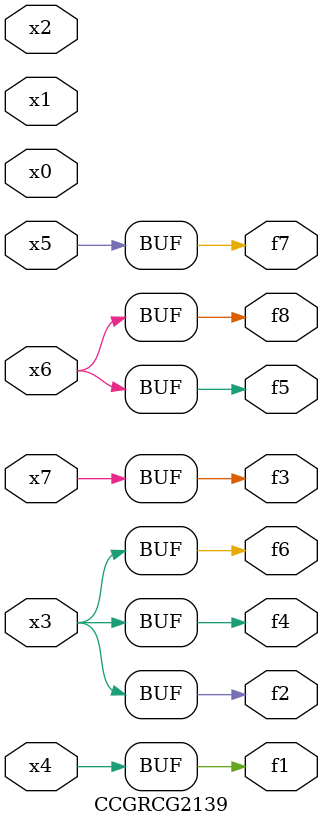
<source format=v>
module CCGRCG2139(
	input x0, x1, x2, x3, x4, x5, x6, x7,
	output f1, f2, f3, f4, f5, f6, f7, f8
);
	assign f1 = x4;
	assign f2 = x3;
	assign f3 = x7;
	assign f4 = x3;
	assign f5 = x6;
	assign f6 = x3;
	assign f7 = x5;
	assign f8 = x6;
endmodule

</source>
